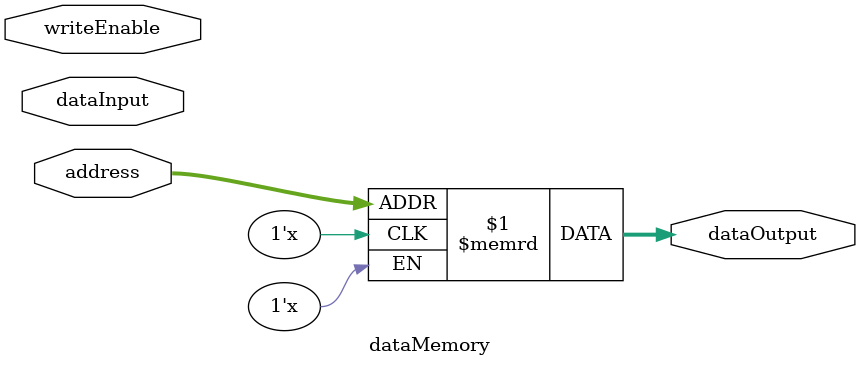
<source format=v>
module dataMemory (address, writeEnable, dataInput, dataOutput);

	input wire writeEnable;
	input wire [7:0] address;
	input wire [31:0] dataInput;

	output reg [31:0] dataOutput;
	
	reg [31:0] mem [0:255];
	
	assign dataOutput = mem[address];

endmodule
</source>
